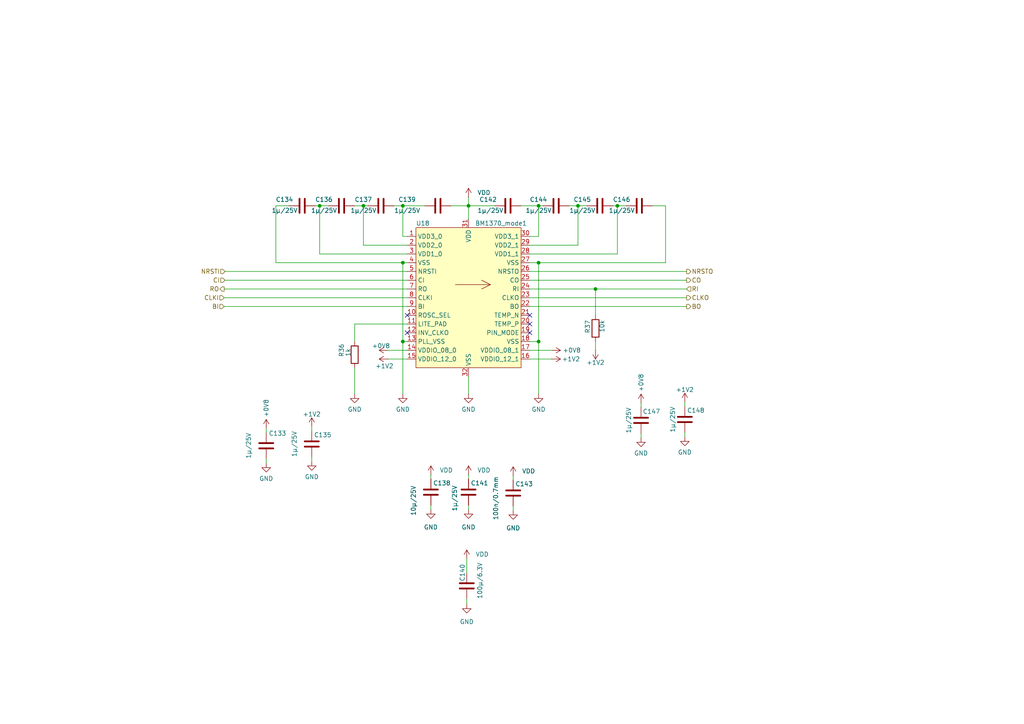
<source format=kicad_sch>
(kicad_sch (version 20231120) (generator "eeschema") (generator_version "8.0")
  (paper "A4")
  (lib_symbols
    (symbol "Device:C" (pin_numbers hide) (pin_names (offset 0.254))
      (property "Reference" "C" (at 0.635 2.54 0))
      (property "Value" "C" (at 0.635 -2.54 0))
      (symbol "C_0_1"
        (polyline (pts (xy -2.032 -0.762) (xy 2.032 -0.762)) (stroke (width 0.508)))
        (polyline (pts (xy -2.032 0.762) (xy 2.032 0.762)) (stroke (width 0.508)))
      )
      (symbol "C_1_1"
        (pin passive line (at 0 3.81 270) (length 2.794) (name "~") (number "1"))
        (pin passive line (at 0 -3.81 90) (length 2.794) (name "~") (number "2"))
      )
    )
    (symbol "Device:R" (pin_numbers hide) (pin_names (offset 0))
      (property "Reference" "R" (at 2.032 0 90))
      (property "Value" "R" (at 0 0 90))
      (symbol "R_0_1"
        (rectangle (start -1.016 -2.54) (end 1.016 2.54) (stroke (width 0.254)))
      )
      (symbol "R_1_1"
        (pin passive line (at 0 3.81 270) (length 1.27) (name "~") (number "1"))
        (pin passive line (at 0 -3.81 90) (length 1.27) (name "~") (number "2"))
      )
    )
    (symbol "GND_7" (power) (pin_names (offset 0))
      (property "Value" "GND_7" (at 0 -3.81 0))
      (symbol "GND_7_0_1"
        (polyline (pts (xy 0 0) (xy 0 -1.27) (xy 1.27 -1.27) (xy 0 -2.54) (xy -1.27 -1.27) (xy 0 -1.27)))
      )
      (symbol "GND_7_1_1"
        (pin power_in line (at 0 0 270) (length 0) hide (name "GND") (number "1"))
      )
    )
    (symbol "bitaxe:BM1370_mode1"
      (property "Reference" "U4" (at -15.24 21.59 0))
      (property "Value" "BM1370_mode1" (at 1.905 21.59 0))
      (symbol "BM1370_mode1_0_1"
        (rectangle (start -15.24 20.32) (end 15.24 -20.32) (fill (type background)))
        (polyline (pts (xy -3.81 3.81) (xy 6.35 3.81)))
        (polyline (pts (xy 3.81 2.54) (xy 6.35 3.81)))
        (polyline (pts (xy 3.81 5.08) (xy 6.35 3.81)))
      )
      (symbol "BM1370_mode1_1_1"
        (pin power_in line (at -17.78 17.78 0) (length 2.54) (name "VDD3_0") (number "1"))
        (pin unspecified line (at -17.78 -5.08 0) (length 2.54) (name "ROSC_SEL") (number "10"))
        (pin unspecified line (at -17.78 -7.62 0) (length 2.54) (name "LITE_PAD") (number "11"))
        (pin unspecified line (at -17.78 -10.16 0) (length 2.54) (name "INV_CLKO") (number "12"))
        (pin power_in line (at -17.78 -12.7 0) (length 2.54) (name "PLL_VSS") (number "13"))
        (pin power_in line (at -17.78 -15.24 0) (length 2.54) (name "VDDIO_08_0") (number "14"))
        (pin power_in line (at -17.78 -17.78 0) (length 2.54) (name "VDDIO_12_0") (number "15"))
        (pin power_in line (at 17.78 -17.78 180) (length 2.54) (name "VDDIO_12_1") (number "16"))
        (pin power_in line (at 17.78 -15.24 180) (length 2.54) (name "VDDIO_08_1") (number "17"))
        (pin power_in line (at 17.78 -12.7 180) (length 2.54) (name "VSS") (number "18"))
        (pin input line (at 17.78 -10.16 180) (length 2.54) (name "PIN_MODE") (number "19"))
        (pin power_in line (at -17.78 15.24 0) (length 2.54) (name "VDD2_0") (number "2"))
        (pin unspecified line (at 17.78 -7.62 180) (length 2.54) (name "TEMP_P") (number "20"))
        (pin unspecified line (at 17.78 -5.08 180) (length 2.54) (name "TEMP_N") (number "21"))
        (pin output line (at 17.78 -2.54 180) (length 2.54) (name "BO") (number "22"))
        (pin output line (at 17.78 0 180) (length 2.54) (name "CLKO") (number "23"))
        (pin input line (at 17.78 2.54 180) (length 2.54) (name "RI") (number "24"))
        (pin output line (at 17.78 5.08 180) (length 2.54) (name "CO") (number "25"))
        (pin output line (at 17.78 7.62 180) (length 2.54) (name "NRSTO") (number "26"))
        (pin power_in line (at 17.78 10.16 180) (length 2.54) (name "VSS") (number "27"))
        (pin power_in line (at 17.78 12.7 180) (length 2.54) (name "VDD1_1") (number "28"))
        (pin power_in line (at 17.78 15.24 180) (length 2.54) (name "VDD2_1") (number "29"))
        (pin power_in line (at -17.78 12.7 0) (length 2.54) (name "VDD1_0") (number "3"))
        (pin power_in line (at 17.78 17.78 180) (length 2.54) (name "VDD3_1") (number "30"))
        (pin power_in line (at 0 22.86 270) (length 2.54) (name "VDD") (number "31"))
        (pin power_in line (at 0 -22.86 90) (length 2.54) (name "VSS") (number "32"))
        (pin power_in line (at -17.78 10.16 0) (length 2.54) (name "VSS") (number "4"))
        (pin input line (at -17.78 7.62 0) (length 2.54) (name "NRSTI") (number "5"))
        (pin input line (at -17.78 5.08 0) (length 2.54) (name "CI") (number "6"))
        (pin output line (at -17.78 2.54 0) (length 2.54) (name "RO") (number "7"))
        (pin input line (at -17.78 0 0) (length 2.54) (name "CLKI") (number "8"))
        (pin input line (at -17.78 -2.54 0) (length 2.54) (name "BI") (number "9"))
      )
    )
    (symbol "mylib7:+0V8" (power) (exclude_from_sim yes) (in_bom no) (on_board no)
      (property "Value" "+0V8" (at 0 3.175 90))
      (symbol "+0V8_0_1"
        (polyline (pts (xy -0.762 1.27) (xy 0 2.54)))
        (polyline (pts (xy 0 0) (xy 0 2.54)))
        (polyline (pts (xy 0 2.54) (xy 0.762 1.27)))
      )
      (symbol "+0V8_1_1"
        (pin power_in line (at 0 0 90) (length 0) hide (name "+0V8") (number "1"))
      )
    )
    (symbol "power:+1V2" (power) (pin_numbers hide) (pin_names (offset 0) hide)
      (property "Value" "+1V2" (at 0 3.556 0))
      (symbol "+1V2_0_1"
        (polyline (pts (xy -0.762 1.27) (xy 0 2.54)))
        (polyline (pts (xy 0 0) (xy 0 2.54)))
        (polyline (pts (xy 0 2.54) (xy 0.762 1.27)))
      )
      (symbol "+1V2_1_1"
        (pin power_in line (at 0 0 90) (length 0) (name "~") (number "1"))
      )
    )
    (symbol "power:GND" (power) (pin_names (offset 0))
      (property "Value" "GND" (at 0 -3.81 0))
      (symbol "GND_0_1"
        (polyline (pts (xy 0 0) (xy 0 -1.27) (xy 1.27 -1.27) (xy 0 -2.54) (xy -1.27 -1.27) (xy 0 -1.27)))
      )
      (symbol "GND_1_1"
        (pin power_in line (at 0 0 270) (length 0) hide (name "GND") (number "1"))
      )
    )
    (symbol "power:VDD" (power) (pin_numbers hide) (pin_names (offset 0) hide)
      (property "Value" "VDD" (at 0 3.556 0))
      (symbol "VDD_0_1"
        (polyline (pts (xy -0.762 1.27) (xy 0 2.54)))
        (polyline (pts (xy 0 0) (xy 0 2.54)))
        (polyline (pts (xy 0 2.54) (xy 0.762 1.27)))
      )
      (symbol "VDD_1_1"
        (pin power_in line (at 0 0 90) (length 0) (name "~") (number "1"))
      )
    )
  )
  (junction (at 116.84 99.06))
  (junction (at 156.21 99.06))
  (junction (at 105.41 59.69))
  (junction (at 135.89 59.69))
  (junction (at 172.72 83.82))
  (junction (at 156.21 59.69))
  (junction (at 116.84 59.69))
  (junction (at 116.84 76.2))
  (junction (at 156.21 76.2))
  (junction (at 167.64 59.69))
  (junction (at 179.07 59.69))
  (junction (at 92.71 59.69))
  (no_connect (at 153.67 93.98))
  (no_connect (at 118.11 96.52))
  (no_connect (at 153.67 96.52))
  (no_connect (at 153.67 91.44))
  (no_connect (at 118.11 91.44))
  (wire (pts (xy 105.41 71.12) (xy 118.11 71.12)))
  (wire (pts (xy 153.67 68.58) (xy 156.21 68.58)))
  (wire (pts (xy 124.968 137.668) (xy 124.968 138.938)))
  (wire (pts (xy 179.07 59.69) (xy 181.61 59.69)))
  (wire (pts (xy 156.21 68.58) (xy 156.21 59.69)))
  (wire (pts (xy 77.216 124.206) (xy 77.216 125.476)))
  (wire (pts (xy 153.67 104.14) (xy 160.02 104.14)))
  (wire (pts (xy 153.67 81.28) (xy 199.136 81.28)))
  (wire (pts (xy 153.67 88.9) (xy 199.136 88.9)))
  (wire (pts (xy 185.928 125.73) (xy 185.928 127)))
  (wire (pts (xy 102.87 93.98) (xy 118.11 93.98)))
  (wire (pts (xy 135.89 146.558) (xy 135.89 147.828)))
  (wire (pts (xy 153.67 78.74) (xy 199.136 78.74)))
  (wire (pts (xy 153.67 86.36) (xy 199.136 86.36)))
  (wire (pts (xy 185.928 116.84) (xy 185.928 118.11)))
  (wire (pts (xy 135.89 57.15) (xy 135.89 59.69)))
  (wire (pts (xy 172.72 83.82) (xy 172.72 91.44)))
  (wire (pts (xy 135.89 109.22) (xy 135.89 114.3)))
  (wire (pts (xy 92.71 73.66) (xy 118.11 73.66)))
  (wire (pts (xy 165.1 59.69) (xy 167.64 59.69)))
  (wire (pts (xy 65.278 81.28) (xy 118.11 81.28)))
  (wire (pts (xy 135.89 59.69) (xy 135.89 63.5)))
  (wire (pts (xy 102.87 93.98) (xy 102.87 99.06)))
  (wire (pts (xy 65.024 88.9) (xy 118.11 88.9)))
  (wire (pts (xy 90.424 123.698) (xy 90.424 124.968)))
  (wire (pts (xy 177.8 59.69) (xy 179.07 59.69)))
  (wire (pts (xy 148.844 146.812) (xy 148.844 148.082)))
  (wire (pts (xy 135.382 162.052) (xy 135.382 166.116)))
  (wire (pts (xy 172.72 83.82) (xy 199.136 83.82)))
  (wire (pts (xy 135.382 173.736) (xy 135.382 175.26)))
  (wire (pts (xy 92.71 59.69) (xy 95.25 59.69)))
  (wire (pts (xy 116.84 59.69) (xy 116.84 68.58)))
  (wire (pts (xy 193.04 76.2) (xy 193.04 59.69)))
  (wire (pts (xy 172.72 99.06) (xy 172.72 101.6)))
  (wire (pts (xy 156.21 76.2) (xy 156.21 99.06)))
  (wire (pts (xy 153.67 101.6) (xy 160.02 101.6)))
  (wire (pts (xy 130.81 59.69) (xy 135.89 59.69)))
  (wire (pts (xy 90.424 132.588) (xy 90.424 133.858)))
  (wire (pts (xy 91.44 59.69) (xy 92.71 59.69)))
  (wire (pts (xy 198.628 125.476) (xy 198.628 126.746)))
  (wire (pts (xy 124.968 146.558) (xy 124.968 147.828)))
  (wire (pts (xy 114.3 59.69) (xy 116.84 59.69)))
  (wire (pts (xy 179.07 73.66) (xy 179.07 59.69)))
  (wire (pts (xy 135.89 137.668) (xy 135.89 138.938)))
  (wire (pts (xy 112.522 101.6) (xy 118.11 101.6)))
  (wire (pts (xy 65.024 86.36) (xy 118.11 86.36)))
  (wire (pts (xy 167.64 59.69) (xy 170.18 59.69)))
  (wire (pts (xy 105.41 71.12) (xy 105.41 59.69)))
  (wire (pts (xy 156.21 76.2) (xy 193.04 76.2)))
  (wire (pts (xy 116.84 76.2) (xy 80.01 76.2)))
  (wire (pts (xy 135.89 59.69) (xy 143.51 59.69)))
  (wire (pts (xy 65.024 83.82) (xy 118.11 83.82)))
  (wire (pts (xy 151.13 59.69) (xy 156.21 59.69)))
  (wire (pts (xy 148.844 137.922) (xy 148.844 139.192)))
  (wire (pts (xy 105.41 59.69) (xy 106.68 59.69)))
  (wire (pts (xy 153.67 71.12) (xy 167.64 71.12)))
  (wire (pts (xy 116.84 59.69) (xy 123.19 59.69)))
  (wire (pts (xy 77.216 133.096) (xy 77.216 134.366)))
  (wire (pts (xy 156.21 59.69) (xy 157.48 59.69)))
  (wire (pts (xy 118.11 76.2) (xy 116.84 76.2)))
  (wire (pts (xy 167.64 71.12) (xy 167.64 59.69)))
  (wire (pts (xy 193.04 59.69) (xy 189.23 59.69)))
  (wire (pts (xy 92.71 73.66) (xy 92.71 59.69)))
  (wire (pts (xy 153.67 83.82) (xy 172.72 83.82)))
  (wire (pts (xy 156.21 99.06) (xy 156.21 114.3)))
  (wire (pts (xy 116.84 68.58) (xy 118.11 68.58)))
  (wire (pts (xy 80.01 76.2) (xy 80.01 59.69)))
  (wire (pts (xy 116.84 76.2) (xy 116.84 99.06)))
  (wire (pts (xy 153.67 99.06) (xy 156.21 99.06)))
  (wire (pts (xy 116.84 99.06) (xy 118.11 99.06)))
  (wire (pts (xy 153.67 76.2) (xy 156.21 76.2)))
  (wire (pts (xy 80.01 59.69) (xy 83.82 59.69)))
  (wire (pts (xy 102.87 106.68) (xy 102.87 114.3)))
  (wire (pts (xy 65.278 78.74) (xy 118.11 78.74)))
  (wire (pts (xy 112.522 104.14) (xy 118.11 104.14)))
  (wire (pts (xy 116.84 99.06) (xy 116.84 114.3)))
  (wire (pts (xy 153.67 73.66) (xy 179.07 73.66)))
  (wire (pts (xy 102.87 59.69) (xy 105.41 59.69)))
  (wire (pts (xy 198.628 116.586) (xy 198.628 117.856)))
  (hierarchical_label "CLKO" (shape output) (at 199.136 86.36 0))
  (hierarchical_label "RI" (shape input) (at 199.136 83.82 0))
  (hierarchical_label "CI" (shape input) (at 65.278 81.28 180))
  (hierarchical_label "RO" (shape output) (at 65.024 83.82 180))
  (hierarchical_label "NRSTI" (shape input) (at 65.278 78.74 180))
  (hierarchical_label "NRSTO" (shape output) (at 199.136 78.74 0))
  (hierarchical_label "BI" (shape input) (at 65.024 88.9 180))
  (hierarchical_label "CLKI" (shape input) (at 65.024 86.36 180))
  (hierarchical_label "BO" (shape output) (at 199.136 88.9 0))
  (hierarchical_label "CO" (shape output) (at 199.136 81.28 0))
  (symbol (lib_id "power:VDD") (at 135.89 137.668 0) (unit 1)
    (property "Reference" "#PWR0248" (effects (hide yes)))
    (property "Value" "VDD" (at 138.43 136.3979 0) (effects (justify left)))
    (property "Description" "Power symbol creates a global label with name \"VDD\"" (effects (hide yes)))
    (instances (project "NerdHex-Gamma" (path "" (reference "#PWR0248") (unit 1)) (path "" (reference "#PWR0225") (unit 1)) (path "" (reference "#PWR0207") (unit 1)) (path "" (reference "#PWR0294") (unit 1)) (path "" (reference "#PWR0317") (unit 1)) (path "" (reference "#PWR0271") (unit 1))))
  )
  (symbol (lib_id "Device:C") (at 124.968 142.748 0) (unit 1)
    (property "Reference" "C138" (at 125.603 140.843 0) (effects (justify left bottom)))
    (property "Value" "10µ/25V" (at 120.65 149.606 90) (effects (justify left bottom)))
    (property "Footprint" "Capacitor_SMD:C_0805_2012Metric" (effects (hide yes)))
    (property "Description" "CAP CER 10UF 25V X5R 0805" (effects (hide yes)))
    (property "Distributor" "D" (effects (hide yes)))
    (property "Manufacturer" "C2012X5R1E106K125AB" (effects (hide yes)))
    (property "OrderNr" "445-5984-1-ND" (effects (hide yes)))
    (property "Brand" "TDK Corporation" (effects (hide yes)))
    (property "Size" "0805" (effects (hide yes)))
    (instances (project "NerdHex-Gamma" (path "" (reference "C138") (unit 1)) (path "" (reference "C122") (unit 1)) (path "" (reference "C113") (unit 1)) (path "" (reference "C170") (unit 1)) (path "" (reference "C186") (unit 1)) (path "" (reference "C154") (unit 1))))
  )
  (symbol (lib_id "mylib7:+0V8") (at 112.522 101.6 90) (unit 1)
    (property "Reference" "#U014" (effects (hide yes)))
    (property "Value" "+0V8" (at 113.157 100.33 90) (effects (justify left)))
    (property "Distributor" "-" (effects (hide yes)))
    (instances (project "NerdHex-Gamma" (path "" (reference "#U014") (unit 1)) (path "" (reference "#U010") (unit 1)) (path "" (reference "#U05") (unit 1)) (path "" (reference "#U022") (unit 1)) (path "" (reference "#U026") (unit 1)) (path "" (reference "#U018") (unit 1))))
  )
  (symbol (lib_id "power:GND") (at 156.21 114.3 0) (mirror y) (unit 1)
    (property "Reference" "#PWR0252" (effects (hide yes)))
    (property "Value" "GND" (at 156.21 118.745 0))
    (instances (project "NerdHex-Gamma" (path "" (reference "#PWR0252") (unit 1)) (path "" (reference "#PWR0229") (unit 1)) (path "" (reference "#PWR0195") (unit 1)) (path "" (reference "#PWR0298") (unit 1)) (path "" (reference "#PWR0321") (unit 1)) (path "" (reference "#PWR0275") (unit 1))))
  )
  (symbol (lib_id "Device:C") (at 198.628 121.666 0) (unit 1)
    (property "Reference" "C148" (at 199.263 119.761 0) (effects (justify left bottom)))
    (property "Value" "1µ/25V" (at 195.834 125.476 90) (effects (justify left bottom)))
    (property "Footprint" "Capacitor_SMD:C_0805_2012Metric" (effects (hide yes)))
    (property "Description" "CAP CER 1UF 25V X7R 0805" (effects (hide yes)))
    (property "Manufacturer" "CL21B105KAFNNNE" (effects (hide yes)))
    (property "OrderNr" "1276-1066-1-ND" (effects (hide yes)))
    (property "Distributor" "D" (effects (hide yes)))
    (property "Brand" "Samsung Electro-Mechanics" (effects (hide yes)))
    (property "Size" "0805" (effects (hide yes)))
    (instances (project "NerdHex-Gamma" (path "" (reference "C148") (unit 1)) (path "" (reference "C132") (unit 1)) (path "" (reference "C112") (unit 1)) (path "" (reference "C180") (unit 1)) (path "" (reference "C196") (unit 1)) (path "" (reference "C164") (unit 1))))
  )
  (symbol (lib_id "Device:R") (at 102.87 102.87 0) (mirror y) (unit 1)
    (property "Reference" "R36" (at 99.06 101.6 90))
    (property "Value" "1k" (at 100.965 102.235 90))
    (property "Footprint" "Resistor_SMD:R_0805_2012Metric" (effects (hide yes)))
    (property "Description" "RES 1K OHM 1% 1/4W 0805" (effects (hide yes)))
    (property "Manufacturer" "RNCP0805FTD1K00" (effects (hide yes)))
    (property "OrderNr" "RNCP0805FTD1K00CT-ND" (effects (hide yes)))
    (property "Distributor" "D" (effects (hide yes)))
    (property "Brand" "Stackpole Electronics Inc" (effects (hide yes)))
    (property "Size" "0805" (effects (hide yes)))
    (instances (project "NerdHex-Gamma" (path "" (reference "R36") (unit 1)) (path "" (reference "R33") (unit 1)) (path "" (reference "R30") (unit 1)) (path "" (reference "R42") (unit 1)) (path "" (reference "R45") (unit 1)) (path "" (reference "R39") (unit 1))))
  )
  (symbol (lib_name "GND_7") (lib_id "power:GND") (at 124.968 147.828 0) (unit 1)
    (property "Reference" "#PWR0243" (effects (hide yes)))
    (property "Value" "GND" (at 124.968 152.908 0))
    (instances (project "NerdHex-Gamma" (path "" (reference "#PWR0243") (unit 1)) (path "" (reference "#PWR0220") (unit 1)) (path "" (reference "#PWR0206") (unit 1)) (path "" (reference "#PWR0289") (unit 1)) (path "" (reference "#PWR0312") (unit 1)) (path "" (reference "#PWR0266") (unit 1))))
  )
  (symbol (lib_id "Device:C") (at 173.99 59.69 90) (unit 1)
    (property "Reference" "C145" (at 171.45 57.15 90) (effects (justify left bottom)))
    (property "Value" "1µ/25V" (at 172.72 60.325 90) (effects (justify left bottom)))
    (property "Footprint" "Capacitor_SMD:C_0805_2012Metric" (effects (hide yes)))
    (property "Description" "CAP CER 1UF 25V X7R 0805" (effects (hide yes)))
    (property "Manufacturer" "CL21B105KAFNNNE" (effects (hide yes)))
    (property "OrderNr" "1276-1066-1-ND" (effects (hide yes)))
    (property "Distributor" "D" (effects (hide yes)))
    (property "Brand" "Samsung Electro-Mechanics" (effects (hide yes)))
    (property "Size" "0805" (effects (hide yes)))
    (instances (project "NerdHex-Gamma" (path "" (reference "C145") (unit 1)) (path "" (reference "C129") (unit 1)) (path "" (reference "C107") (unit 1)) (path "" (reference "C177") (unit 1)) (path "" (reference "C193") (unit 1)) (path "" (reference "C161") (unit 1))))
  )
  (symbol (lib_id "Device:C") (at 99.06 59.69 90) (unit 1)
    (property "Reference" "C136" (at 96.52 57.15 90) (effects (justify left bottom)))
    (property "Value" "1µ/25V" (at 97.79 60.325 90) (effects (justify left bottom)))
    (property "Footprint" "Capacitor_SMD:C_0805_2012Metric" (effects (hide yes)))
    (property "Description" "CAP CER 1UF 25V X7R 0805" (effects (hide yes)))
    (property "Manufacturer" "CL21B105KAFNNNE" (effects (hide yes)))
    (property "OrderNr" "1276-1066-1-ND" (effects (hide yes)))
    (property "Distributor" "D" (effects (hide yes)))
    (property "Brand" "Samsung Electro-Mechanics" (effects (hide yes)))
    (property "Size" "0805" (effects (hide yes)))
    (instances (project "NerdHex-Gamma" (path "" (reference "C136") (unit 1)) (path "" (reference "C120") (unit 1)) (path "" (reference "C102") (unit 1)) (path "" (reference "C168") (unit 1)) (path "" (reference "C184") (unit 1)) (path "" (reference "C152") (unit 1))))
  )
  (symbol (lib_id "power:GND") (at 185.928 127 0) (mirror y) (unit 1)
    (property "Reference" "#PWR0256" (effects (hide yes)))
    (property "Value" "GND" (at 185.928 131.445 0))
    (instances (project "NerdHex-Gamma" (path "" (reference "#PWR0256") (unit 1)) (path "" (reference "#PWR0233") (unit 1)) (path "" (reference "#PWR0200") (unit 1)) (path "" (reference "#PWR0302") (unit 1)) (path "" (reference "#PWR0325") (unit 1)) (path "" (reference "#PWR0279") (unit 1))))
  )
  (symbol (lib_id "mylib7:+0V8") (at 185.928 116.84 0) (unit 1)
    (property "Reference" "#U016" (effects (hide yes)))
    (property "Value" "+0V8" (at 185.928 113.665 90) (effects (justify left)))
    (property "Distributor" "-" (effects (hide yes)))
    (instances (project "NerdHex-Gamma" (path "" (reference "#U016") (unit 1)) (path "" (reference "#U012") (unit 1)) (path "" (reference "#U08") (unit 1)) (path "" (reference "#U024") (unit 1)) (path "" (reference "#U028") (unit 1)) (path "" (reference "#U020") (unit 1))))
  )
  (symbol (lib_id "Device:C") (at 135.382 169.926 0) (unit 1)
    (property "Reference" "C140" (at 134.112 168.656 90) (effects (justify left)))
    (property "Value" "100µ/6.3V" (at 139.192 173.736 90) (effects (justify left)))
    (property "Footprint" "Capacitor_SMD:C_1210_3225Metric" (effects (hide yes)))
    (property "Description" "CAP CER 100UF 10V X5R 1210" (effects (hide yes)))
    (property "Distributor" "D" (effects (hide yes)))
    (property "Manufacturer" "C1210C107M8PAC7800" (effects (hide yes)))
    (property "OrderNr" "399-C1210C107M8PAC7800CT-ND" (effects (hide yes)))
    (property "Brand" "KEMET" (effects (hide yes)))
    (property "Size" "1210" (effects (hide yes)))
    (instances (project "NerdHex-Gamma" (path "" (reference "C140") (unit 1)) (path "" (reference "C124") (unit 1)) (path "" (reference "C116") (unit 1)) (path "" (reference "C172") (unit 1)) (path "" (reference "C188") (unit 1)) (path "" (reference "C156") (unit 1))))
  )
  (symbol (lib_id "Device:C") (at 185.42 59.69 90) (unit 1)
    (property "Reference" "C146" (at 182.88 57.15 90) (effects (justify left bottom)))
    (property "Value" "1µ/25V" (at 184.15 60.325 90) (effects (justify left bottom)))
    (property "Footprint" "Capacitor_SMD:C_0805_2012Metric" (effects (hide yes)))
    (property "Description" "CAP CER 1UF 25V X7R 0805" (effects (hide yes)))
    (property "Manufacturer" "CL21B105KAFNNNE" (effects (hide yes)))
    (property "OrderNr" "1276-1066-1-ND" (effects (hide yes)))
    (property "Distributor" "D" (effects (hide yes)))
    (property "Brand" "Samsung Electro-Mechanics" (effects (hide yes)))
    (property "Size" "0805" (effects (hide yes)))
    (instances (project "NerdHex-Gamma" (path "" (reference "C146") (unit 1)) (path "" (reference "C130") (unit 1)) (path "" (reference "C108") (unit 1)) (path "" (reference "C178") (unit 1)) (path "" (reference "C194") (unit 1)) (path "" (reference "C162") (unit 1))))
  )
  (symbol (lib_id "power:VDD") (at 148.844 137.922 0) (unit 1)
    (property "Reference" "#PWR0250" (effects (hide yes)))
    (property "Value" "VDD" (at 151.384 136.6519 0) (effects (justify left)))
    (property "Description" "Power symbol creates a global label with name \"VDD\"" (effects (hide yes)))
    (instances (project "NerdHex-Gamma" (path "" (reference "#PWR0250") (unit 1)) (path "" (reference "#PWR0227") (unit 1)) (path "" (reference "#PWR0209") (unit 1)) (path "" (reference "#PWR0296") (unit 1)) (path "" (reference "#PWR0319") (unit 1)) (path "" (reference "#PWR0273") (unit 1))))
  )
  (symbol (lib_id "power:GND") (at 102.87 114.3 0) (mirror y) (unit 1)
    (property "Reference" "#PWR0239" (effects (hide yes)))
    (property "Value" "GND" (at 102.87 118.745 0))
    (instances (project "NerdHex-Gamma" (path "" (reference "#PWR0239") (unit 1)) (path "" (reference "#PWR0216") (unit 1)) (path "" (reference "#PWR0190") (unit 1)) (path "" (reference "#PWR0285") (unit 1)) (path "" (reference "#PWR0308") (unit 1)) (path "" (reference "#PWR0262") (unit 1))))
  )
  (symbol (lib_name "GND_7") (lib_id "power:GND") (at 148.844 148.082 0) (unit 1)
    (property "Reference" "#PWR0251" (effects (hide yes)))
    (property "Value" "GND" (at 148.844 153.162 0))
    (instances (project "NerdHex-Gamma" (path "" (reference "#PWR0251") (unit 1)) (path "" (reference "#PWR0228") (unit 1)) (path "" (reference "#PWR0210") (unit 1)) (path "" (reference "#PWR0297") (unit 1)) (path "" (reference "#PWR0320") (unit 1)) (path "" (reference "#PWR0274") (unit 1))))
  )
  (symbol (lib_id "Device:C") (at 148.844 143.002 0) (unit 1)
    (property "Reference" "C143" (at 149.479 141.097 0) (effects (justify left bottom)))
    (property "Value" "100n/0.7mm" (at 144.526 150.876 90) (effects (justify left bottom)))
    (property "Footprint" "Capacitor_SMD:C_0805_2012Metric" (effects (hide yes)))
    (property "Description" "CAP CER 0.1UF 50V X7R 0805" (effects (hide yes)))
    (property "Distributor" "D" (effects (hide yes)))
    (property "Manufacturer" "AC0805KRX7R9BB104" (effects (hide yes)))
    (property "OrderNr" "311-3037-1-ND" (effects (hide yes)))
    (property "Brand" "YAGEO" (effects (hide yes)))
    (property "Size" "0805" (effects (hide yes)))
    (instances (project "NerdHex-Gamma" (path "" (reference "C143") (unit 1)) (path "" (reference "C127") (unit 1)) (path "" (reference "C115") (unit 1)) (path "" (reference "C175") (unit 1)) (path "" (reference "C191") (unit 1)) (path "" (reference "C159") (unit 1))))
  )
  (symbol (lib_id "mylib7:+0V8") (at 160.02 101.6 270) (unit 1)
    (property "Reference" "#U015" (effects (hide yes)))
    (property "Value" "+0V8" (at 163.195 101.6 90) (effects (justify left)))
    (property "Distributor" "-" (effects (hide yes)))
    (instances (project "NerdHex-Gamma" (path "" (reference "#U015") (unit 1)) (path "" (reference "#U011") (unit 1)) (path "" (reference "#U06") (unit 1)) (path "" (reference "#U023") (unit 1)) (path "" (reference "#U027") (unit 1)) (path "" (reference "#U019") (unit 1))))
  )
  (symbol (lib_id "Device:C") (at 90.424 128.778 0) (unit 1)
    (property "Reference" "C135" (at 91.059 126.873 0) (effects (justify left bottom)))
    (property "Value" "1µ/25V" (at 86.106 132.588 90) (effects (justify left bottom)))
    (property "Footprint" "Capacitor_SMD:C_0805_2012Metric" (effects (hide yes)))
    (property "Description" "CAP CER 1UF 25V X7R 0805" (effects (hide yes)))
    (property "Manufacturer" "CL21B105KAFNNNE" (effects (hide yes)))
    (property "OrderNr" "1276-1066-1-ND" (effects (hide yes)))
    (property "Distributor" "D" (effects (hide yes)))
    (property "Brand" "Samsung Electro-Mechanics" (effects (hide yes)))
    (property "Size" "0805" (effects (hide yes)))
    (instances (project "NerdHex-Gamma" (path "" (reference "C135") (unit 1)) (path "" (reference "C119") (unit 1)) (path "" (reference "C111") (unit 1)) (path "" (reference "C167") (unit 1)) (path "" (reference "C183") (unit 1)) (path "" (reference "C151") (unit 1))))
  )
  (symbol (lib_id "Device:C") (at 147.32 59.69 90) (unit 1)
    (property "Reference" "C142" (at 144.145 57.15 90) (effects (justify left bottom)))
    (property "Value" "1µ/25V" (at 146.05 60.325 90) (effects (justify left bottom)))
    (property "Footprint" "Capacitor_SMD:C_0805_2012Metric" (effects (hide yes)))
    (property "Description" "CAP CER 1UF 25V X7R 0805" (effects (hide yes)))
    (property "Manufacturer" "CL21B105KAFNNNE" (effects (hide yes)))
    (property "OrderNr" "1276-1066-1-ND" (effects (hide yes)))
    (property "Distributor" "D" (effects (hide yes)))
    (property "Brand" "Samsung Electro-Mechanics" (effects (hide yes)))
    (property "Size" "0805" (effects (hide yes)))
    (instances (project "NerdHex-Gamma" (path "" (reference "C142") (unit 1)) (path "" (reference "C126") (unit 1)) (path "" (reference "C105") (unit 1)) (path "" (reference "C174") (unit 1)) (path "" (reference "C190") (unit 1)) (path "" (reference "C158") (unit 1))))
  )
  (symbol (lib_id "power:GND") (at 135.382 175.26 0) (mirror y) (unit 1)
    (property "Reference" "#PWR0245" (effects (hide yes)))
    (property "Value" "GND" (at 135.382 180.34 0))
    (instances (project "NerdHex-Gamma" (path "" (reference "#PWR0245") (unit 1)) (path "" (reference "#PWR0222") (unit 1)) (path "" (reference "#PWR0212") (unit 1)) (path "" (reference "#PWR0291") (unit 1)) (path "" (reference "#PWR0314") (unit 1)) (path "" (reference "#PWR0268") (unit 1))))
  )
  (symbol (lib_id "power:+1V2") (at 160.02 104.14 270) (unit 1)
    (property "Reference" "#PWR0253" (effects (hide yes)))
    (property "Value" "+1V2" (at 165.608 104.14 90))
    (property "Description" "Power symbol creates a global label with name \"+1V2\"" (effects (hide yes)))
    (instances (project "NerdHex-Gamma" (path "" (reference "#PWR0253") (unit 1)) (path "" (reference "#PWR0230") (unit 1)) (path "" (reference "#PWR0196") (unit 1)) (path "" (reference "#PWR0299") (unit 1)) (path "" (reference "#PWR0322") (unit 1)) (path "" (reference "#PWR0276") (unit 1))))
  )
  (symbol (lib_id "Device:R") (at 172.72 95.25 0) (unit 1)
    (property "Reference" "R37" (at 170.434 94.742 90))
    (property "Value" "10k" (at 174.625 94.615 90))
    (property "Footprint" "Resistor_SMD:R_0805_2012Metric" (effects (hide yes)))
    (property "Description" "RES 10K OHM 1% 1/8W 0805" (effects (hide yes)))
    (property "Manufacturer" "RMCF0805FT10K0" (effects (hide yes)))
    (property "OrderNr" "RMCF0805FT10K0CT-ND" (effects (hide yes)))
    (property "Distributor" "D" (effects (hide yes)))
    (property "Brand" "Stackpole Electronics Inc" (effects (hide yes)))
    (property "Size" "0805" (effects (hide yes)))
    (instances (project "NerdHex-Gamma" (path "" (reference "R37") (unit 1)) (path "" (reference "R34") (unit 1)) (path "" (reference "R31") (unit 1)) (path "" (reference "R43") (unit 1)) (path "" (reference "R46") (unit 1)) (path "" (reference "R40") (unit 1))))
  )
  (symbol (lib_id "power:VDD") (at 124.968 137.668 0) (unit 1)
    (property "Reference" "#PWR0242" (effects (hide yes)))
    (property "Value" "VDD" (at 127.508 136.3979 0) (effects (justify left)))
    (property "Description" "Power symbol creates a global label with name \"VDD\"" (effects (hide yes)))
    (instances (project "NerdHex-Gamma" (path "" (reference "#PWR0242") (unit 1)) (path "" (reference "#PWR0219") (unit 1)) (path "" (reference "#PWR0205") (unit 1)) (path "" (reference "#PWR0288") (unit 1)) (path "" (reference "#PWR0311") (unit 1)) (path "" (reference "#PWR0265") (unit 1))))
  )
  (symbol (lib_id "power:VDD") (at 135.89 57.15 0) (unit 1)
    (property "Reference" "#PWR0246" (effects (hide yes)))
    (property "Value" "VDD" (at 138.43 55.8799 0) (effects (justify left)))
    (property "Description" "Power symbol creates a global label with name \"VDD\"" (effects (hide yes)))
    (instances (project "NerdHex-Gamma" (path "" (reference "#PWR0246") (unit 1)) (path "" (reference "#PWR0223") (unit 1)) (path "" (reference "#PWR0193") (unit 1)) (path "" (reference "#PWR0292") (unit 1)) (path "" (reference "#PWR0315") (unit 1)) (path "" (reference "#PWR0269") (unit 1))))
  )
  (symbol (lib_id "power:GND") (at 135.89 114.3 0) (mirror y) (unit 1)
    (property "Reference" "#PWR0247" (effects (hide yes)))
    (property "Value" "GND" (at 135.89 118.745 0))
    (instances (project "NerdHex-Gamma" (path "" (reference "#PWR0247") (unit 1)) (path "" (reference "#PWR0224") (unit 1)) (path "" (reference "#PWR0194") (unit 1)) (path "" (reference "#PWR0293") (unit 1)) (path "" (reference "#PWR0316") (unit 1)) (path "" (reference "#PWR0270") (unit 1))))
  )
  (symbol (lib_id "Device:C") (at 87.63 59.69 90) (unit 1)
    (property "Reference" "C134" (at 85.09 57.15 90) (effects (justify left bottom)))
    (property "Value" "1µ/25V" (at 86.36 60.325 90) (effects (justify left bottom)))
    (property "Footprint" "Capacitor_SMD:C_0805_2012Metric" (effects (hide yes)))
    (property "Description" "CAP CER 1UF 25V X7R 0805" (effects (hide yes)))
    (property "Manufacturer" "CL21B105KAFNNNE" (effects (hide yes)))
    (property "OrderNr" "1276-1066-1-ND" (effects (hide yes)))
    (property "Distributor" "D" (effects (hide yes)))
    (property "Brand" "Samsung Electro-Mechanics" (effects (hide yes)))
    (property "Size" "0805" (effects (hide yes)))
    (instances (project "NerdHex-Gamma" (path "" (reference "C134") (unit 1)) (path "" (reference "C118") (unit 1)) (path "" (reference "C101") (unit 1)) (path "" (reference "C166") (unit 1)) (path "" (reference "C182") (unit 1)) (path "" (reference "C150") (unit 1))))
  )
  (symbol (lib_id "power:+1V2") (at 172.72 101.6 180) (unit 1)
    (property "Reference" "#PWR0254" (effects (hide yes)))
    (property "Value" "+1V2" (at 172.72 105.156 0))
    (property "Description" "Power symbol creates a global label with name \"+1V2\"" (effects (hide yes)))
    (instances (project "NerdHex-Gamma" (path "" (reference "#PWR0254") (unit 1)) (path "" (reference "#PWR0231") (unit 1)) (path "" (reference "#PWR0197") (unit 1)) (path "" (reference "#PWR0300") (unit 1)) (path "" (reference "#PWR0323") (unit 1)) (path "" (reference "#PWR0277") (unit 1))))
  )
  (symbol (lib_id "power:GND") (at 116.84 114.3 0) (mirror y) (unit 1)
    (property "Reference" "#PWR0241" (effects (hide yes)))
    (property "Value" "GND" (at 116.84 118.745 0))
    (instances (project "NerdHex-Gamma" (path "" (reference "#PWR0241") (unit 1)) (path "" (reference "#PWR0218") (unit 1)) (path "" (reference "#PWR0192") (unit 1)) (path "" (reference "#PWR0287") (unit 1)) (path "" (reference "#PWR0310") (unit 1)) (path "" (reference "#PWR0264") (unit 1))))
  )
  (symbol (lib_id "Device:C") (at 110.49 59.69 90) (unit 1)
    (property "Reference" "C137" (at 107.95 57.15 90) (effects (justify left bottom)))
    (property "Value" "1µ/25V" (at 109.22 60.325 90) (effects (justify left bottom)))
    (property "Footprint" "Capacitor_SMD:C_0805_2012Metric" (effects (hide yes)))
    (property "Description" "CAP CER 1UF 25V X7R 0805" (effects (hide yes)))
    (property "Manufacturer" "CL21B105KAFNNNE" (effects (hide yes)))
    (property "OrderNr" "1276-1066-1-ND" (effects (hide yes)))
    (property "Distributor" "D" (effects (hide yes)))
    (property "Brand" "Samsung Electro-Mechanics" (effects (hide yes)))
    (property "Size" "0805" (effects (hide yes)))
    (instances (project "NerdHex-Gamma" (path "" (reference "C137") (unit 1)) (path "" (reference "C121") (unit 1)) (path "" (reference "C103") (unit 1)) (path "" (reference "C169") (unit 1)) (path "" (reference "C185") (unit 1)) (path "" (reference "C153") (unit 1))))
  )
  (symbol (lib_name "GND_7") (lib_id "power:GND") (at 135.89 147.828 0) (unit 1)
    (property "Reference" "#PWR0249" (effects (hide yes)))
    (property "Value" "GND" (at 135.89 152.908 0))
    (instances (project "NerdHex-Gamma" (path "" (reference "#PWR0249") (unit 1)) (path "" (reference "#PWR0226") (unit 1)) (path "" (reference "#PWR0208") (unit 1)) (path "" (reference "#PWR0295") (unit 1)) (path "" (reference "#PWR0318") (unit 1)) (path "" (reference "#PWR0272") (unit 1))))
  )
  (symbol (lib_id "power:+1V2") (at 198.628 116.586 0) (unit 1)
    (property "Reference" "#PWR0257" (effects (hide yes)))
    (property "Value" "+1V2" (at 198.628 113.03 0))
    (property "Description" "Power symbol creates a global label with name \"+1V2\"" (effects (hide yes)))
    (instances (project "NerdHex-Gamma" (path "" (reference "#PWR0257") (unit 1)) (path "" (reference "#PWR0234") (unit 1)) (path "" (reference "#PWR0203") (unit 1)) (path "" (reference "#PWR0303") (unit 1)) (path "" (reference "#PWR0326") (unit 1)) (path "" (reference "#PWR0280") (unit 1))))
  )
  (symbol (lib_id "mylib7:+0V8") (at 77.216 124.206 0) (unit 1)
    (property "Reference" "#U013" (effects (hide yes)))
    (property "Value" "+0V8" (at 77.216 121.031 90) (effects (justify left)))
    (property "Distributor" "-" (effects (hide yes)))
    (instances (project "NerdHex-Gamma" (path "" (reference "#U013") (unit 1)) (path "" (reference "#U09") (unit 1)) (path "" (reference "#U07") (unit 1)) (path "" (reference "#U021") (unit 1)) (path "" (reference "#U025") (unit 1)) (path "" (reference "#U017") (unit 1))))
  )
  (symbol (lib_id "power:GND") (at 198.628 126.746 0) (mirror y) (unit 1)
    (property "Reference" "#PWR0258" (effects (hide yes)))
    (property "Value" "GND" (at 198.628 131.191 0))
    (instances (project "NerdHex-Gamma" (path "" (reference "#PWR0258") (unit 1)) (path "" (reference "#PWR0235") (unit 1)) (path "" (reference "#PWR0204") (unit 1)) (path "" (reference "#PWR0304") (unit 1)) (path "" (reference "#PWR0327") (unit 1)) (path "" (reference "#PWR0281") (unit 1))))
  )
  (symbol (lib_id "power:GND") (at 90.424 133.858 0) (mirror y) (unit 1)
    (property "Reference" "#PWR0238" (effects (hide yes)))
    (property "Value" "GND" (at 90.424 138.303 0))
    (instances (project "NerdHex-Gamma" (path "" (reference "#PWR0238") (unit 1)) (path "" (reference "#PWR0215") (unit 1)) (path "" (reference "#PWR0202") (unit 1)) (path "" (reference "#PWR0284") (unit 1)) (path "" (reference "#PWR0307") (unit 1)) (path "" (reference "#PWR0261") (unit 1))))
  )
  (symbol (lib_id "power:+1V2") (at 112.522 104.14 90) (unit 1)
    (property "Reference" "#PWR0240" (effects (hide yes)))
    (property "Value" "+1V2" (at 111.506 106.172 90))
    (property "Description" "Power symbol creates a global label with name \"+1V2\"" (effects (hide yes)))
    (instances (project "NerdHex-Gamma" (path "" (reference "#PWR0240") (unit 1)) (path "" (reference "#PWR0217") (unit 1)) (path "" (reference "#PWR0191") (unit 1)) (path "" (reference "#PWR0286") (unit 1)) (path "" (reference "#PWR0309") (unit 1)) (path "" (reference "#PWR0263") (unit 1))))
  )
  (symbol (lib_id "Device:C") (at 161.29 59.69 90) (unit 1)
    (property "Reference" "C144" (at 158.75 57.15 90) (effects (justify left bottom)))
    (property "Value" "1µ/25V" (at 160.02 60.325 90) (effects (justify left bottom)))
    (property "Footprint" "Capacitor_SMD:C_0805_2012Metric" (effects (hide yes)))
    (property "Description" "CAP CER 1UF 25V X7R 0805" (effects (hide yes)))
    (property "Manufacturer" "CL21B105KAFNNNE" (effects (hide yes)))
    (property "OrderNr" "1276-1066-1-ND" (effects (hide yes)))
    (property "Distributor" "D" (effects (hide yes)))
    (property "Brand" "Samsung Electro-Mechanics" (effects (hide yes)))
    (property "Size" "0805" (effects (hide yes)))
    (instances (project "NerdHex-Gamma" (path "" (reference "C144") (unit 1)) (path "" (reference "C128") (unit 1)) (path "" (reference "C106") (unit 1)) (path "" (reference "C176") (unit 1)) (path "" (reference "C192") (unit 1)) (path "" (reference "C160") (unit 1))))
  )
  (symbol (lib_id "power:VDD") (at 135.382 162.052 0) (unit 1)
    (property "Reference" "#PWR0244" (effects (hide yes)))
    (property "Value" "VDD" (at 137.922 160.7819 0) (effects (justify left)))
    (property "Description" "Power symbol creates a global label with name \"VDD\"" (effects (hide yes)))
    (instances (project "NerdHex-Gamma" (path "" (reference "#PWR0244") (unit 1)) (path "" (reference "#PWR0221") (unit 1)) (path "" (reference "#PWR0211") (unit 1)) (path "" (reference "#PWR0290") (unit 1)) (path "" (reference "#PWR0313") (unit 1)) (path "" (reference "#PWR0267") (unit 1))))
  )
  (symbol (lib_id "Device:C") (at 77.216 129.286 180) (unit 1)
    (property "Reference" "C133" (at 83.058 124.968 0) (effects (justify left bottom)))
    (property "Value" "1µ/25V" (at 71.374 125.476 90) (effects (justify left bottom)))
    (property "Footprint" "Capacitor_SMD:C_0805_2012Metric" (effects (hide yes)))
    (property "Description" "CAP CER 1UF 25V X7R 0805" (effects (hide yes)))
    (property "Manufacturer" "CL21B105KAFNNNE" (effects (hide yes)))
    (property "OrderNr" "1276-1066-1-ND" (effects (hide yes)))
    (property "Distributor" "D" (effects (hide yes)))
    (property "Brand" "Samsung Electro-Mechanics" (effects (hide yes)))
    (property "Size" "0805" (effects (hide yes)))
    (instances (project "NerdHex-Gamma" (path "" (reference "C133") (unit 1)) (path "" (reference "C117") (unit 1)) (path "" (reference "C109") (unit 1)) (path "" (reference "C165") (unit 1)) (path "" (reference "C181") (unit 1)) (path "" (reference "C149") (unit 1))))
  )
  (symbol (lib_id "Device:C") (at 185.928 121.92 180) (unit 1)
    (property "Reference" "C147" (at 191.516 118.618 0) (effects (justify left bottom)))
    (property "Value" "1µ/25V" (at 181.61 118.11 90) (effects (justify left bottom)))
    (property "Footprint" "Capacitor_SMD:C_0805_2012Metric" (effects (hide yes)))
    (property "Description" "CAP CER 1UF 25V X7R 0805" (effects (hide yes)))
    (property "Manufacturer" "CL21B105KAFNNNE" (effects (hide yes)))
    (property "OrderNr" "1276-1066-1-ND" (effects (hide yes)))
    (property "Distributor" "D" (effects (hide yes)))
    (property "Brand" "Samsung Electro-Mechanics" (effects (hide yes)))
    (property "Size" "0805" (effects (hide yes)))
    (instances (project "NerdHex-Gamma" (path "" (reference "C147") (unit 1)) (path "" (reference "C131") (unit 1)) (path "" (reference "C110") (unit 1)) (path "" (reference "C179") (unit 1)) (path "" (reference "C195") (unit 1)) (path "" (reference "C163") (unit 1))))
  )
  (symbol (lib_id "power:GND") (at 77.216 134.366 0) (mirror y) (unit 1)
    (property "Reference" "#PWR0236" (effects (hide yes)))
    (property "Value" "GND" (at 77.216 138.811 0))
    (instances (project "NerdHex-Gamma" (path "" (reference "#PWR0236") (unit 1)) (path "" (reference "#PWR0213") (unit 1)) (path "" (reference "#PWR0199") (unit 1)) (path "" (reference "#PWR0282") (unit 1)) (path "" (reference "#PWR0305") (unit 1)) (path "" (reference "#PWR0259") (unit 1))))
  )
  (symbol (lib_id "Device:C") (at 135.89 142.748 0) (unit 1)
    (property "Reference" "C141" (at 136.525 140.843 0) (effects (justify left bottom)))
    (property "Value" "1µ/25V" (at 132.588 148.336 90) (effects (justify left bottom)))
    (property "Footprint" "Capacitor_SMD:C_0805_2012Metric" (effects (hide yes)))
    (property "Description" "CAP CER 1UF 25V X7R 0805" (effects (hide yes)))
    (property "Manufacturer" "CL21B105KAFNNNE" (effects (hide yes)))
    (property "OrderNr" "1276-1066-1-ND" (effects (hide yes)))
    (property "Distributor" "D" (effects (hide yes)))
    (property "Brand" "Samsung Electro-Mechanics" (effects (hide yes)))
    (property "Size" "0805" (effects (hide yes)))
    (instances (project "NerdHex-Gamma" (path "" (reference "C141") (unit 1)) (path "" (reference "C125") (unit 1)) (path "" (reference "C114") (unit 1)) (path "" (reference "C173") (unit 1)) (path "" (reference "C189") (unit 1)) (path "" (reference "C157") (unit 1))))
  )
  (symbol (lib_id "bitaxe:BM1370_mode1") (at 135.89 86.36 0) (unit 1)
    (property "Reference" "U18" (at 120.65 64.77 0) (effects (justify left)))
    (property "Value" "BM1370_mode1" (at 137.795 64.77 0) (effects (justify left)))
    (property "Footprint" "Nerd8:BM1370" (effects (hide yes)))
    (property "Manufacturer" "BITMAIN BM1370 ASIC" (effects (hide yes)))
    (instances (project "NerdHex-Gamma" (path "" (reference "U18") (unit 1)) (path "" (reference "U17") (unit 1)) (path "" (reference "U16") (unit 1)) (path "" (reference "U20") (unit 1)) (path "" (reference "U21") (unit 1)) (path "" (reference "U19") (unit 1))))
  )
  (symbol (lib_id "power:+1V2") (at 90.424 123.698 0) (unit 1)
    (property "Reference" "#PWR0237" (effects (hide yes)))
    (property "Value" "+1V2" (at 90.424 120.142 0))
    (property "Description" "Power symbol creates a global label with name \"+1V2\"" (effects (hide yes)))
    (instances (project "NerdHex-Gamma" (path "" (reference "#PWR0237") (unit 1)) (path "" (reference "#PWR0214") (unit 1)) (path "" (reference "#PWR0201") (unit 1)) (path "" (reference "#PWR0283") (unit 1)) (path "" (reference "#PWR0306") (unit 1)) (path "" (reference "#PWR0260") (unit 1))))
  )
  (symbol (lib_id "Device:C") (at 127 59.69 90) (unit 1)
    (property "Reference" "C139" (at 120.65 57.15 90) (effects (justify left bottom)))
    (property "Value" "1µ/25V" (at 121.92 60.325 90) (effects (justify left bottom)))
    (property "Footprint" "Capacitor_SMD:C_0805_2012Metric" (effects (hide yes)))
    (property "Description" "CAP CER 1UF 25V X7R 0805" (effects (hide yes)))
    (property "Manufacturer" "CL21B105KAFNNNE" (effects (hide yes)))
    (property "OrderNr" "1276-1066-1-ND" (effects (hide yes)))
    (property "Distributor" "D" (effects (hide yes)))
    (property "Brand" "Samsung Electro-Mechanics" (effects (hide yes)))
    (property "Size" "0805" (effects (hide yes)))
    (instances (project "NerdHex-Gamma" (path "" (reference "C139") (unit 1)) (path "" (reference "C123") (unit 1)) (path "" (reference "C104") (unit 1)) (path "" (reference "C171") (unit 1)) (path "" (reference "C187") (unit 1)) (path "" (reference "C155") (unit 1))))
  )
)
</source>
